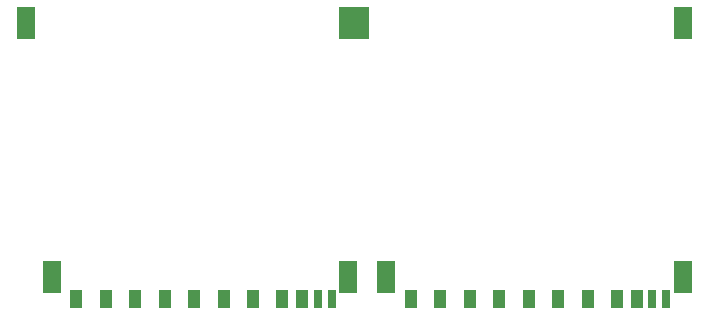
<source format=gbr>
G04 #@! TF.GenerationSoftware,KiCad,Pcbnew,(5.1.7)-1*
G04 #@! TF.CreationDate,2020-12-18T14:13:03+01:00*
G04 #@! TF.ProjectId,CR-VERSION,43522d56-4552-4534-994f-4e2e6b696361,rev?*
G04 #@! TF.SameCoordinates,Original*
G04 #@! TF.FileFunction,Paste,Top*
G04 #@! TF.FilePolarity,Positive*
%FSLAX46Y46*%
G04 Gerber Fmt 4.6, Leading zero omitted, Abs format (unit mm)*
G04 Created by KiCad (PCBNEW (5.1.7)-1) date 2020-12-18 14:13:03*
%MOMM*%
%LPD*%
G01*
G04 APERTURE LIST*
%ADD10R,1.500000X2.800000*%
%ADD11R,0.700000X1.500000*%
%ADD12R,1.000000X1.500000*%
G04 APERTURE END LIST*
D10*
X164300000Y-73355000D03*
X162100000Y-51855000D03*
X189400000Y-51855000D03*
X189400000Y-73355000D03*
D11*
X188005000Y-75155000D03*
X186805000Y-75155000D03*
D12*
X166375000Y-75155000D03*
X185505000Y-75155000D03*
X183805000Y-75155000D03*
X181375000Y-75155000D03*
X178875000Y-75155000D03*
X176375000Y-75155000D03*
X173875000Y-75155000D03*
X171375000Y-75155000D03*
X168875000Y-75155000D03*
D10*
X192621000Y-73355000D03*
X190421000Y-51855000D03*
X217721000Y-51855000D03*
X217721000Y-73355000D03*
D11*
X216326000Y-75155000D03*
X215126000Y-75155000D03*
D12*
X194696000Y-75155000D03*
X213826000Y-75155000D03*
X212126000Y-75155000D03*
X209696000Y-75155000D03*
X207196000Y-75155000D03*
X204696000Y-75155000D03*
X202196000Y-75155000D03*
X199696000Y-75155000D03*
X197196000Y-75155000D03*
M02*

</source>
